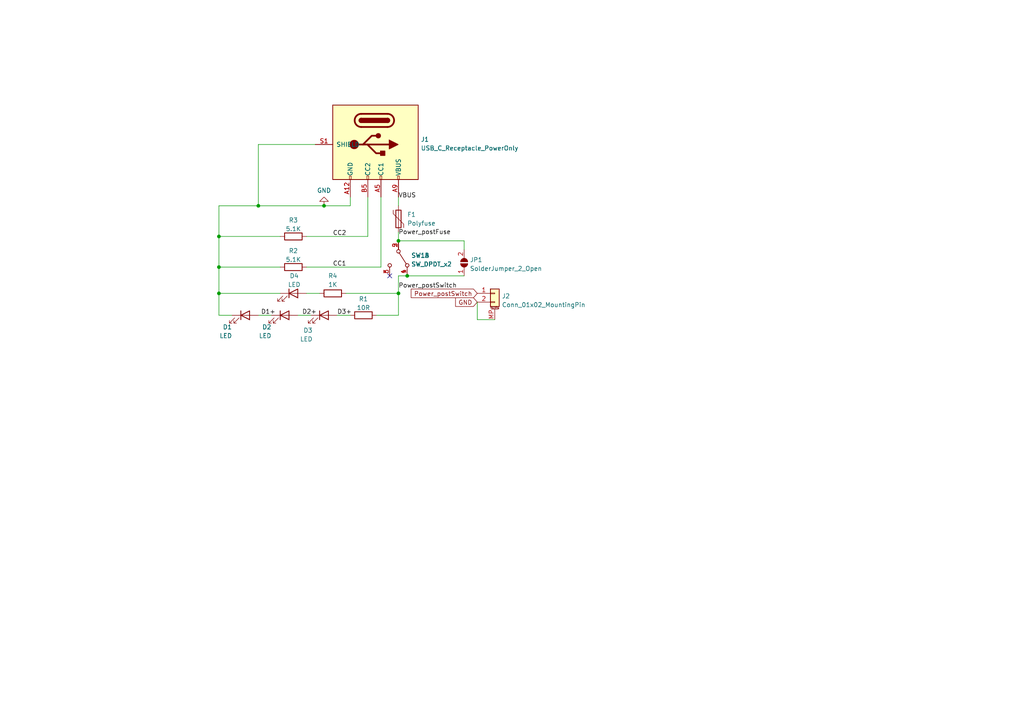
<source format=kicad_sch>
(kicad_sch (version 20231120) (generator "eeschema") (generator_version "8.0")
  (paper "A4")
  (lib_symbols
    (symbol "Connector_Generic_MountingPin:Conn_01x02_MountingPin" (pin_names (offset 1.016) hide)
      (property "Reference" "J" (at 0 2.54 0))
      (property "Value" "Conn_01x02_MountingPin" (at 1.27 -5.08 0))
      (symbol "Conn_01x02_MountingPin_1_1"
        (rectangle (start -1.27 -2.413) (end 0 -2.667) (stroke (width 0.1524)))
        (rectangle (start -1.27 0.127) (end 0 -0.127) (stroke (width 0.1524)))
        (rectangle (start -1.27 1.27) (end 1.27 -3.81) (stroke (width 0.254)) (fill (type background)))
        (polyline (pts (xy -1.016 -4.572) (xy 1.016 -4.572)) (stroke (width 0.1524)))
        (text "Mounting" (at 0 -4.191 0) (effects (font (size 0.381 0.381))))
        (pin passive line (at -5.08 0 0) (length 3.81) (name "Pin_1") (number "1"))
        (pin passive line (at -5.08 -2.54 0) (length 3.81) (name "Pin_2") (number "2"))
        (pin passive line (at 0 -7.62 90) (length 3.048) (name "MountPin") (number "MP"))
      )
    )
    (symbol "Device:LED" (pin_numbers hide) (pin_names (offset 1.016) hide)
      (property "Reference" "D" (at 0 2.54 0))
      (property "Value" "LED" (at 0 -2.54 0))
      (symbol "LED_0_1"
        (polyline (pts (xy -1.27 -1.27) (xy -1.27 1.27)) (stroke (width 0.254)))
        (polyline (pts (xy -1.27 0) (xy 1.27 0)))
        (polyline (pts (xy 1.27 -1.27) (xy 1.27 1.27) (xy -1.27 0) (xy 1.27 -1.27)) (stroke (width 0.254)))
        (polyline (pts (xy -3.048 -0.762) (xy -4.572 -2.286) (xy -3.81 -2.286) (xy -4.572 -2.286) (xy -4.572 -1.524)))
        (polyline (pts (xy -1.778 -0.762) (xy -3.302 -2.286) (xy -2.54 -2.286) (xy -3.302 -2.286) (xy -3.302 -1.524)))
      )
      (symbol "LED_1_1"
        (pin passive line (at -3.81 0 0) (length 2.54) (name "K") (number "1"))
        (pin passive line (at 3.81 0 180) (length 2.54) (name "A") (number "2"))
      )
    )
    (symbol "Device:Polyfuse" (pin_numbers hide) (pin_names (offset 0))
      (property "Reference" "F" (at -2.54 0 90))
      (property "Value" "Polyfuse" (at 2.54 0 90))
      (symbol "Polyfuse_0_1"
        (rectangle (start -0.762 2.54) (end 0.762 -2.54) (stroke (width 0.254)))
        (polyline (pts (xy 0 2.54) (xy 0 -2.54)))
        (polyline (pts (xy -1.524 2.54) (xy -1.524 1.524) (xy 1.524 -1.524) (xy 1.524 -2.54)))
      )
      (symbol "Polyfuse_1_1"
        (pin passive line (at 0 3.81 270) (length 1.27) (name "~") (number "1"))
        (pin passive line (at 0 -3.81 90) (length 1.27) (name "~") (number "2"))
      )
    )
    (symbol "Device:R" (pin_numbers hide) (pin_names (offset 0))
      (property "Reference" "R" (at 2.032 0 90))
      (property "Value" "R" (at 0 0 90))
      (symbol "R_0_1"
        (rectangle (start -1.016 -2.54) (end 1.016 2.54) (stroke (width 0.254)))
      )
      (symbol "R_1_1"
        (pin passive line (at 0 3.81 270) (length 1.27) (name "~") (number "1"))
        (pin passive line (at 0 -3.81 90) (length 1.27) (name "~") (number "2"))
      )
    )
    (symbol "Jumper:SolderJumper_2_Open" (pin_names (offset 0) hide)
      (property "Reference" "JP" (at 0 2.032 0))
      (property "Value" "SolderJumper_2_Open" (at 0 -2.54 0))
      (symbol "SolderJumper_2_Open_0_1"
        (arc (start -0.254 1.016) (mid -1.2656 0) (end -0.254 -1.016))
        (arc (start -0.254 1.016) (mid -1.2656 0) (end -0.254 -1.016) (fill (type outline)))
        (polyline (pts (xy -0.254 1.016) (xy -0.254 -1.016)))
        (polyline (pts (xy 0.254 1.016) (xy 0.254 -1.016)))
        (arc (start 0.254 -1.016) (mid 1.2656 0) (end 0.254 1.016))
        (arc (start 0.254 -1.016) (mid 1.2656 0) (end 0.254 1.016) (fill (type outline)))
      )
      (symbol "SolderJumper_2_Open_1_1"
        (pin passive line (at -3.81 0 0) (length 2.54) (name "A") (number "1"))
        (pin passive line (at 3.81 0 180) (length 2.54) (name "B") (number "2"))
      )
    )
    (symbol "Switch:SW_DPDT_x2" (pin_names (offset 0) hide)
      (property "Reference" "SW" (at 0 4.318 0))
      (property "Value" "SW_DPDT_x2" (at 0 -5.08 0))
      (symbol "SW_DPDT_x2_0_0"
        (circle (center -2.032 0) (radius 0.508))
        (circle (center 2.032 -2.54) (radius 0.508))
      )
      (symbol "SW_DPDT_x2_0_1"
        (polyline (pts (xy -1.524 0.254) (xy 1.651 2.286)))
        (circle (center 2.032 2.54) (radius 0.508))
      )
      (symbol "SW_DPDT_x2_1_1"
        (pin passive line (at 5.08 2.54 180) (length 2.54) (name "A") (number "1"))
        (pin passive line (at -5.08 0 0) (length 2.54) (name "B") (number "2"))
        (pin passive line (at 5.08 -2.54 180) (length 2.54) (name "C") (number "3"))
      )
      (symbol "SW_DPDT_x2_2_1"
        (pin passive line (at 5.08 2.54 180) (length 2.54) (name "A") (number "4"))
        (pin passive line (at -5.08 0 0) (length 2.54) (name "B") (number "5"))
        (pin passive line (at 5.08 -2.54 180) (length 2.54) (name "C") (number "6"))
      )
    )
    (symbol "power:GND" (power) (pin_names (offset 0))
      (property "Value" "GND" (at 0 -3.81 0))
      (symbol "GND_0_1"
        (polyline (pts (xy 0 0) (xy 0 -1.27) (xy 1.27 -1.27) (xy 0 -2.54) (xy -1.27 -1.27) (xy 0 -1.27)))
      )
      (symbol "GND_1_1"
        (pin power_in line (at 0 0 270) (length 0) hide (name "GND") (number "1"))
      )
    )
    (symbol "sensorstrip:USB_C_Receptacle_PowerOnly" (pin_names (offset 1.016))
      (property "Reference" "J" (at -13.335 15.875 0))
      (property "Value" "USB_C_Receptacle_PowerOnly" (at 13.97 19.685 0))
      (symbol "USB_C_Receptacle_PowerOnly_0_0"
        (rectangle (start 9.1111 2.7932) (end 10.1271 2.2852))
        (rectangle (start 9.1268 6.5868) (end 10.1428 6.0788))
        (rectangle (start 9.144 11.684) (end 10.16 11.176))
        (rectangle (start 9.1479 -2.282) (end 10.1639 -2.79))
      )
      (symbol "USB_C_Receptacle_PowerOnly_0_1"
        (rectangle (start -11.43 17.145) (end 10.16 -7.62) (stroke (width 0.254)) (fill (type background)))
        (arc (start -8.89 0.635) (mid -6.985 -1.2617) (end -5.08 0.635) (stroke (width 0.508)))
        (arc (start -7.62 0.635) (mid -6.985 0.0027) (end -6.35 0.635) (stroke (width 0.254)))
        (arc (start -7.62 0.635) (mid -6.985 0.0027) (end -6.35 0.635) (stroke (width 0.254)) (fill (type outline)))
        (rectangle (start -7.62 0.635) (end -6.35 8.255) (stroke (width 0.254)) (fill (type outline)))
        (arc (start -6.35 8.255) (mid -6.985 8.8873) (end -7.62 8.255) (stroke (width 0.254)))
        (arc (start -6.35 8.255) (mid -6.985 8.8873) (end -7.62 8.255) (stroke (width 0.254)) (fill (type outline)))
        (arc (start -5.08 8.255) (mid -6.985 10.1517) (end -8.89 8.255) (stroke (width 0.508)))
        (circle (center -2.54 5.588) (radius 0.635) (stroke (width 0.254)) (fill (type outline)))
        (circle (center 0 -1.397) (radius 1.27) (fill (type outline)))
        (polyline (pts (xy -8.89 0.635) (xy -8.89 8.255)) (stroke (width 0.508)))
        (polyline (pts (xy -5.08 8.255) (xy -5.08 0.635)) (stroke (width 0.508)))
        (polyline (pts (xy 0 -1.397) (xy 0 8.763)) (stroke (width 0.508)))
        (polyline (pts (xy 0 1.143) (xy -2.54 3.683) (xy -2.54 4.953)) (stroke (width 0.508)))
        (polyline (pts (xy 0 2.413) (xy 2.54 4.953) (xy 2.54 6.223)) (stroke (width 0.508)))
        (polyline (pts (xy -1.27 8.763) (xy 0 11.303) (xy 1.27 8.763) (xy -1.27 8.763)) (stroke (width 0.254)) (fill (type outline)))
        (rectangle (start 1.905 6.223) (end 3.175 7.493) (stroke (width 0.254)) (fill (type outline)))
      )
      (symbol "USB_C_Receptacle_PowerOnly_1_1"
        (pin power_out line (at 15.24 -2.54 180) (length 5.08) (name "GND") (number "A12"))
        (pin bidirectional line (at 15.24 6.35 180) (length 5.08) (name "CC1") (number "A5"))
        (pin power_out line (at 15.24 11.43 180) (length 5.08) (name "VBUS") (number "A9"))
        (pin passive line (at 15.24 -2.54 180) (length 5.08) hide (name "GND") (number "B12"))
        (pin bidirectional line (at 15.24 2.54 180) (length 5.08) (name "CC2") (number "B5"))
        (pin passive line (at 15.24 11.43 180) (length 5.08) hide (name "VBUS") (number "B9"))
        (pin passive line (at 0 -12.7 90) (length 5.08) (name "SHIELD") (number "S1"))
      )
    )
  )
  (junction (at 115.57 69.85))
  (junction (at 115.57 85.09))
  (junction (at 118.11 80.01))
  (junction (at 63.5 77.47))
  (junction (at 63.5 85.09))
  (junction (at 63.5 68.58))
  (junction (at 74.93 59.69))
  (junction (at 93.98 59.69))
  (no_connect (at 113.03 80.01))
  (wire (pts (xy 115.57 57.15) (xy 115.57 59.69)))
  (wire (pts (xy 101.6 91.44) (xy 97.79 91.44)))
  (wire (pts (xy 118.11 80.01) (xy 115.57 80.01)))
  (wire (pts (xy 100.33 85.09) (xy 115.57 85.09)))
  (wire (pts (xy 88.9 68.58) (xy 106.68 68.58)))
  (wire (pts (xy 78.74 91.44) (xy 74.93 91.44)))
  (wire (pts (xy 90.17 91.44) (xy 86.36 91.44)))
  (wire (pts (xy 63.5 77.47) (xy 63.5 85.09)))
  (wire (pts (xy 88.9 77.47) (xy 110.49 77.47)))
  (wire (pts (xy 134.62 69.85) (xy 134.62 72.39)))
  (wire (pts (xy 63.5 68.58) (xy 81.28 68.58)))
  (wire (pts (xy 115.57 69.85) (xy 134.62 69.85)))
  (wire (pts (xy 63.5 85.09) (xy 63.5 91.44)))
  (wire (pts (xy 134.62 80.01) (xy 118.11 80.01)))
  (wire (pts (xy 74.93 59.69) (xy 74.93 41.91)))
  (wire (pts (xy 88.9 85.09) (xy 92.71 85.09)))
  (wire (pts (xy 63.5 68.58) (xy 63.5 77.47)))
  (wire (pts (xy 115.57 85.09) (xy 115.57 91.44)))
  (wire (pts (xy 106.68 68.58) (xy 106.68 57.15)))
  (wire (pts (xy 63.5 77.47) (xy 81.28 77.47)))
  (wire (pts (xy 67.31 91.44) (xy 63.5 91.44)))
  (wire (pts (xy 138.43 92.71) (xy 143.51 92.71)))
  (wire (pts (xy 63.5 59.69) (xy 74.93 59.69)))
  (wire (pts (xy 115.57 91.44) (xy 109.22 91.44)))
  (wire (pts (xy 63.5 85.09) (xy 81.28 85.09)))
  (wire (pts (xy 115.57 67.31) (xy 115.57 69.85)))
  (wire (pts (xy 110.49 57.15) (xy 110.49 77.47)))
  (wire (pts (xy 138.43 92.71) (xy 138.43 87.63)))
  (wire (pts (xy 63.5 59.69) (xy 63.5 68.58)))
  (wire (pts (xy 74.93 59.69) (xy 93.98 59.69)))
  (wire (pts (xy 93.98 59.69) (xy 101.6 59.69)))
  (wire (pts (xy 74.93 41.91) (xy 91.44 41.91)))
  (wire (pts (xy 115.57 80.01) (xy 115.57 85.09)))
  (wire (pts (xy 101.6 59.69) (xy 101.6 57.15)))
  (label "CC1" (at 96.52 77.47 0))
  (label "D2+" (at 87.63 91.44 0))
  (label "D1+" (at 75.692 91.44 0))
  (label "D3+" (at 97.79 91.44 0))
  (label "VBUS" (at 115.57 57.658 0))
  (label "CC2" (at 96.52 68.58 0))
  (label "Power_postSwitch" (at 115.57 83.82 0))
  (label "Power_postFuse" (at 115.57 68.326 0))
  (global_label "Power_postSwitch" (shape input) (at 138.43 85.09 180) (property "Intersheetrefs" "${INTERSHEET_REFS}" (effects (hide yes))))
  (global_label "GND" (shape input) (at 138.43 87.63 180) (property "Intersheetrefs" "${INTERSHEET_REFS}" (effects (hide yes))))
  (symbol (lib_id "Switch:SW_DPDT_x2") (at 115.57 74.93 270) (unit 1)
    (property "Reference" "SW1" (at 119.253 74.0953 90) (effects (justify left)))
    (property "Value" "SW_DPDT_x2" (at 119.253 76.6322 90) (effects (justify left)))
    (property "Footprint" "sensorstrip:JS202011SCQN-Hybrid" (effects (hide yes)))
  )
  (symbol (lib_id "Device:LED") (at 71.12 91.44 0) (unit 1)
    (property "Reference" "D1" (at 67.31 94.8598 0) (effects (justify right)))
    (property "Value" "LED" (at 67.31 97.3967 0) (effects (justify right)))
    (property "Footprint" "sensorstrip:LED_THT-1.27mm-OrthogonalSMDAndTHT" (effects (hide yes)))
  )
  (symbol (lib_id "Connector_Generic_MountingPin:Conn_01x02_MountingPin") (at 143.51 85.09 0) (unit 1)
    (property "Reference" "J2" (at 145.542 85.8809 0) (effects (justify left)))
    (property "Value" "Conn_01x02_MountingPin" (at 145.542 88.4178 0) (effects (justify left)))
    (property "Footprint" "sensorstrip:Molex_Picoblade_53261-0271-Hybrid" (effects (hide yes)))
  )
  (symbol (lib_id "Device:R") (at 85.09 68.58 90) (unit 1)
    (property "Reference" "R3" (at 85.09 63.8642 90))
    (property "Value" "5.1K" (at 85.09 66.4011 90))
    (property "Footprint" "Resistor_SMD:R_0603_1608Metric_Pad0.98x0.95mm_HandSolder" (effects (hide yes)))
  )
  (symbol (lib_id "Device:Polyfuse") (at 115.57 63.5 0) (unit 1)
    (property "Reference" "F1" (at 118.11 62.2299 0) (effects (justify left)))
    (property "Value" "Polyfuse" (at 118.11 64.7699 0) (effects (justify left)))
    (property "Footprint" "Fuse:Fuse_0805_2012Metric_Pad1.15x1.40mm_HandSolder" (effects (hide yes)))
  )
  (symbol (lib_id "Jumper:SolderJumper_2_Open") (at 134.62 76.2 90) (unit 1)
    (property "Reference" "JP1" (at 136.271 75.3653 90) (effects (justify right)))
    (property "Value" "SolderJumper_2_Open" (at 136.271 77.9022 90) (effects (justify right)))
    (property "Footprint" "Jumper:SolderJumper-2_P1.3mm_Open_Pad1.0x1.5mm" (effects (hide yes)))
  )
  (symbol (lib_id "power:GND") (at 93.98 59.69 180) (unit 1)
    (property "Reference" "#PWR01" (effects (hide yes)))
    (property "Value" "GND" (at 93.98 55.2466 0))
  )
  (symbol (lib_id "Device:LED") (at 82.55 91.44 0) (unit 1)
    (property "Reference" "D2" (at 78.74 94.8598 0) (effects (justify right)))
    (property "Value" "LED" (at 78.74 97.3967 0) (effects (justify right)))
    (property "Footprint" "sensorstrip:LED_THT-1.27mm-OrthogonalSMDAndTHT" (effects (hide yes)))
  )
  (symbol (lib_id "Device:R") (at 96.52 85.09 90) (unit 1)
    (property "Reference" "R4" (at 96.52 80.01 90))
    (property "Value" "1K" (at 96.52 82.55 90))
    (property "Footprint" "Resistor_SMD:R_0603_1608Metric_Pad0.98x0.95mm_HandSolder" (effects (hide yes)))
  )
  (symbol (lib_id "Device:LED") (at 85.09 85.09 0) (unit 1)
    (property "Reference" "D4" (at 85.344 80.01 0))
    (property "Value" "LED" (at 85.344 82.55 0))
    (property "Footprint" "LED_SMD:LED_0603_1608Metric_Pad1.05x0.95mm_HandSolder" (effects (hide yes)))
    (property "Description" "Light emitting diode" (effects (hide yes)))
  )
  (symbol (lib_id "sensorstrip:USB_C_Receptacle_PowerOnly") (at 104.14 41.91 270) (unit 1)
    (property "Reference" "J1" (at 122.047 40.4403 90) (effects (justify left)))
    (property "Value" "USB_C_Receptacle_PowerOnly" (at 122.047 42.9772 90) (effects (justify left)))
    (property "Footprint" "sensorstrip:DEALON USB Type-C 6Pin" (effects (hide yes)))
    (property "Datasheet" "https://www.usb.org/sites/default/files/documents/usb_type-c.zip" (effects (hide yes)))
  )
  (symbol (lib_id "Switch:SW_DPDT_x2") (at 115.57 74.93 270) (unit 2)
    (property "Reference" "SW1" (at 119.253 74.0953 90) (effects (justify left)))
    (property "Value" "SW_DPDT_x2" (at 119.253 76.6322 90) (effects (justify left)))
    (property "Footprint" "sensorstrip:JS202011SCQN-Hybrid" (effects (hide yes)))
  )
  (symbol (lib_id "Device:LED") (at 93.98 91.44 0) (unit 1)
    (property "Reference" "D3" (at 90.678 95.8214 0) (effects (justify right)))
    (property "Value" "LED" (at 90.678 98.3614 0) (effects (justify right)))
    (property "Footprint" "sensorstrip:LED_THT-1.27mm-OrthogonalSMDAndTHT" (effects (hide yes)))
  )
  (symbol (lib_id "Device:R") (at 105.41 91.44 90) (unit 1)
    (property "Reference" "R1" (at 105.41 86.7242 90))
    (property "Value" "10R" (at 105.41 89.2611 90))
    (property "Footprint" "Resistor_SMD:R_0805_2012Metric_Pad1.20x1.40mm_HandSolder" (effects (hide yes)))
  )
  (symbol (lib_id "Device:R") (at 85.09 77.47 90) (unit 1)
    (property "Reference" "R2" (at 85.09 72.7542 90))
    (property "Value" "5.1K" (at 85.09 75.2911 90))
    (property "Footprint" "Resistor_SMD:R_0603_1608Metric_Pad0.98x0.95mm_HandSolder" (effects (hide yes)))
  )
)
</source>
